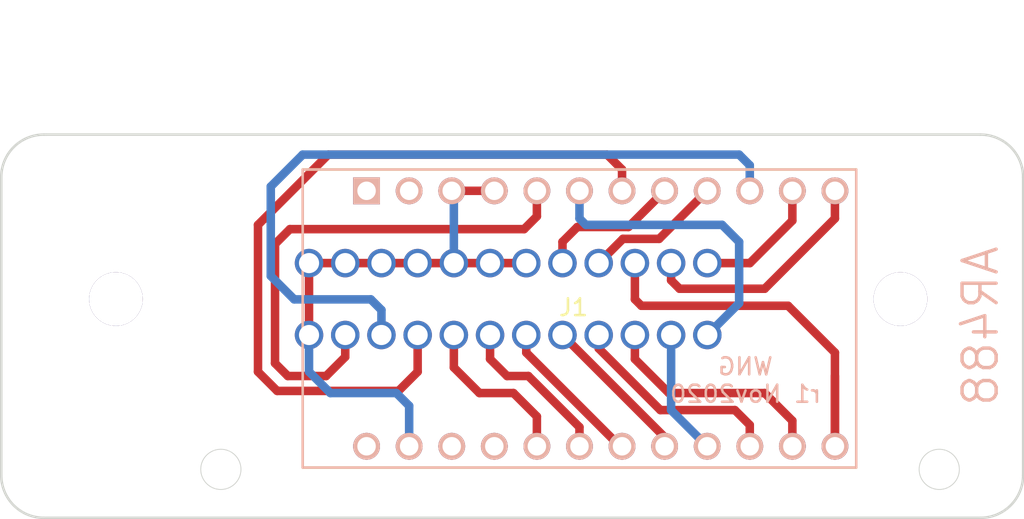
<source format=kicad_pcb>
(kicad_pcb (version 20171130) (host pcbnew 5.1.7-a382d34a8~87~ubuntu20.04.1)

  (general
    (thickness 1.6)
    (drawings 17)
    (tracks 92)
    (zones 0)
    (modules 2)
    (nets 23)
  )

  (page A4)
  (layers
    (0 F.Cu signal)
    (31 B.Cu signal)
    (32 B.Adhes user)
    (33 F.Adhes user)
    (34 B.Paste user)
    (35 F.Paste user)
    (36 B.SilkS user)
    (37 F.SilkS user)
    (38 B.Mask user)
    (39 F.Mask user)
    (40 Dwgs.User user)
    (41 Cmts.User user)
    (42 Eco1.User user)
    (43 Eco2.User user)
    (44 Edge.Cuts user)
    (45 Margin user)
    (46 B.CrtYd user)
    (47 F.CrtYd user)
    (48 B.Fab user)
    (49 F.Fab user)
  )

  (setup
    (last_trace_width 0.25)
    (user_trace_width 0.508)
    (trace_clearance 0.2)
    (zone_clearance 0.508)
    (zone_45_only no)
    (trace_min 0.2)
    (via_size 0.8)
    (via_drill 0.4)
    (via_min_size 0.4)
    (via_min_drill 0.3)
    (uvia_size 0.3)
    (uvia_drill 0.1)
    (uvias_allowed no)
    (uvia_min_size 0.2)
    (uvia_min_drill 0.1)
    (edge_width 0.05)
    (segment_width 0.2)
    (pcb_text_width 0.3)
    (pcb_text_size 1.5 1.5)
    (mod_edge_width 0.12)
    (mod_text_size 1 1)
    (mod_text_width 0.15)
    (pad_size 1.524 1.524)
    (pad_drill 0.762)
    (pad_to_mask_clearance 0)
    (aux_axis_origin 0 0)
    (grid_origin 117.6642 80.4108)
    (visible_elements FFFFFF7F)
    (pcbplotparams
      (layerselection 0x010d0_ffffffff)
      (usegerberextensions false)
      (usegerberattributes true)
      (usegerberadvancedattributes true)
      (creategerberjobfile true)
      (excludeedgelayer true)
      (linewidth 0.100000)
      (plotframeref false)
      (viasonmask false)
      (mode 1)
      (useauxorigin false)
      (hpglpennumber 1)
      (hpglpenspeed 20)
      (hpglpendiameter 15.000000)
      (psnegative false)
      (psa4output false)
      (plotreference true)
      (plotvalue true)
      (plotinvisibletext false)
      (padsonsilk false)
      (subtractmaskfromsilk false)
      (outputformat 1)
      (mirror false)
      (drillshape 0)
      (scaleselection 1)
      (outputdirectory "fabrication/"))
  )

  (net 0 "")
  (net 1 GND)
  (net 2 /REN)
  (net 3 /DIO8)
  (net 4 /DIO7)
  (net 5 /DIO6)
  (net 6 /DIO5)
  (net 7 /ATN)
  (net 8 /SRQ)
  (net 9 /IFC)
  (net 10 /NDAC)
  (net 11 /NRFD)
  (net 12 /DAV)
  (net 13 /EOI)
  (net 14 /DIO4)
  (net 15 /DIO3)
  (net 16 /DIO2)
  (net 17 /DIO1)
  (net 18 "Net-(U1-Pad24)")
  (net 19 "Net-(U1-Pad22)")
  (net 20 "Net-(U1-Pad21)")
  (net 21 "Net-(U1-Pad2)")
  (net 22 "Net-(U1-Pad1)")

  (net_class Default "This is the default net class."
    (clearance 0.2)
    (trace_width 0.25)
    (via_dia 0.8)
    (via_drill 0.4)
    (uvia_dia 0.3)
    (uvia_drill 0.1)
    (add_net /ATN)
    (add_net /DAV)
    (add_net /DIO1)
    (add_net /DIO2)
    (add_net /DIO3)
    (add_net /DIO4)
    (add_net /DIO5)
    (add_net /DIO6)
    (add_net /DIO7)
    (add_net /DIO8)
    (add_net /EOI)
    (add_net /IFC)
    (add_net /NDAC)
    (add_net /NRFD)
    (add_net /REN)
    (add_net /SRQ)
    (add_net GND)
    (add_net "Net-(U1-Pad1)")
    (add_net "Net-(U1-Pad2)")
    (add_net "Net-(U1-Pad21)")
    (add_net "Net-(U1-Pad22)")
    (add_net "Net-(U1-Pad24)")
  )

  (module wng-microprocessors:ArduinoProMicro (layer B.Cu) (tedit 5FAE6A36) (tstamp 5FABD339)
    (at 135.0632 83.7128)
    (descr "Pro Micro footprint")
    (tags "promicro ProMicro")
    (path /5FAC0BBC)
    (fp_text reference U1 (at 0 10.16) (layer B.SilkS) hide
      (effects (font (size 1 1) (thickness 0.15)) (justify mirror))
    )
    (fp_text value ArduioProMicro (at 0 -10.16) (layer B.Fab)
      (effects (font (size 1 1) (thickness 0.15)) (justify mirror))
    )
    (fp_line (start 15.24 8.89) (end 15.24 -8.89) (layer B.SilkS) (width 0.15))
    (fp_line (start -17.78 8.89) (end 15.24 8.89) (layer B.SilkS) (width 0.15))
    (fp_line (start -17.78 -8.89) (end -17.78 8.89) (layer B.SilkS) (width 0.15))
    (fp_line (start -17.78 -8.89) (end 15.24 -8.89) (layer B.SilkS) (width 0.15))
    (fp_line (start -17.78 8.89) (end 15.24 8.89) (layer F.SilkS) (width 0.15))
    (fp_line (start -17.78 -8.89) (end -17.78 8.89) (layer F.SilkS) (width 0.15))
    (fp_line (start 15.24 -8.89) (end -17.78 -8.89) (layer F.SilkS) (width 0.15))
    (fp_line (start 15.24 8.89) (end 15.24 -8.89) (layer F.SilkS) (width 0.15))
    (pad 24 thru_hole circle (at -13.97 7.62) (size 1.6 1.6) (drill 1.1) (layers *.Cu *.Mask B.SilkS)
      (net 18 "Net-(U1-Pad24)"))
    (pad 23 thru_hole circle (at -11.43 7.62) (size 1.6 1.6) (drill 1.1) (layers *.Cu *.Mask B.SilkS)
      (net 1 GND))
    (pad 22 thru_hole circle (at -8.89 7.62) (size 1.6 1.6) (drill 1.1) (layers *.Cu *.Mask B.SilkS)
      (net 19 "Net-(U1-Pad22)"))
    (pad 21 thru_hole circle (at -6.35 7.62) (size 1.6 1.6) (drill 1.1) (layers *.Cu *.Mask B.SilkS)
      (net 20 "Net-(U1-Pad21)"))
    (pad 20 thru_hole circle (at -3.81 7.62) (size 1.6 1.6) (drill 1.1) (layers *.Cu *.Mask B.SilkS)
      (net 10 /NDAC))
    (pad 19 thru_hole circle (at -1.27 7.62) (size 1.6 1.6) (drill 1.1) (layers *.Cu *.Mask B.SilkS)
      (net 11 /NRFD))
    (pad 18 thru_hole circle (at 1.27 7.62) (size 1.6 1.6) (drill 1.1) (layers *.Cu *.Mask B.SilkS)
      (net 12 /DAV))
    (pad 17 thru_hole circle (at 3.81 7.62) (size 1.6 1.6) (drill 1.1) (layers *.Cu *.Mask B.SilkS)
      (net 13 /EOI))
    (pad 16 thru_hole circle (at 6.35 7.62) (size 1.6 1.6) (drill 1.1) (layers *.Cu *.Mask B.SilkS)
      (net 16 /DIO2))
    (pad 15 thru_hole circle (at 8.89 7.62) (size 1.6 1.6) (drill 1.1) (layers *.Cu *.Mask B.SilkS)
      (net 14 /DIO4))
    (pad 14 thru_hole circle (at 11.43 7.62) (size 1.6 1.6) (drill 1.1) (layers *.Cu *.Mask B.SilkS)
      (net 15 /DIO3))
    (pad 13 thru_hole circle (at 13.97 7.62) (size 1.6 1.6) (drill 1.1) (layers *.Cu *.Mask B.SilkS)
      (net 4 /DIO7))
    (pad 12 thru_hole circle (at 13.97 -7.62) (size 1.6 1.6) (drill 1.1) (layers *.Cu *.Mask B.SilkS)
      (net 5 /DIO6))
    (pad 11 thru_hole circle (at 11.43 -7.62) (size 1.6 1.6) (drill 1.1) (layers *.Cu *.Mask B.SilkS)
      (net 6 /DIO5))
    (pad 10 thru_hole circle (at 8.89 -7.62) (size 1.6 1.6) (drill 1.1) (layers *.Cu *.Mask B.SilkS)
      (net 8 /SRQ))
    (pad 9 thru_hole circle (at 6.35 -7.62) (size 1.6 1.6) (drill 1.1) (layers *.Cu *.Mask B.SilkS)
      (net 3 /DIO8))
    (pad 8 thru_hole circle (at 3.81 -7.62) (size 1.6 1.6) (drill 1.1) (layers *.Cu *.Mask B.SilkS)
      (net 2 /REN))
    (pad 7 thru_hole circle (at 1.27 -7.62) (size 1.6 1.6) (drill 1.1) (layers *.Cu *.Mask B.SilkS)
      (net 9 /IFC))
    (pad 6 thru_hole circle (at -1.27 -7.62) (size 1.6 1.6) (drill 1.1) (layers *.Cu *.Mask B.SilkS)
      (net 17 /DIO1))
    (pad 5 thru_hole circle (at -3.81 -7.62) (size 1.6 1.6) (drill 1.1) (layers *.Cu *.Mask B.SilkS)
      (net 7 /ATN))
    (pad 4 thru_hole circle (at -6.35 -7.62) (size 1.6 1.6) (drill 1.1) (layers *.Cu *.Mask B.SilkS)
      (net 1 GND))
    (pad 3 thru_hole circle (at -8.89 -7.62) (size 1.6 1.6) (drill 1.1) (layers *.Cu *.Mask B.SilkS)
      (net 1 GND))
    (pad 2 thru_hole circle (at -11.43 -7.62) (size 1.6 1.6) (drill 1.1) (layers *.Cu *.Mask B.SilkS)
      (net 21 "Net-(U1-Pad2)"))
    (pad 1 thru_hole rect (at -13.97 -7.62) (size 1.6 1.6) (drill 1.1) (layers *.Cu *.Mask B.SilkS)
      (net 22 "Net-(U1-Pad1)"))
    (model "${KICAD_USER_LIB}/3D-models/microprocessors/arduinoProMicro/ARDUINO PRO MICRO001.wrl"
      (at (xyz 0 0 0))
      (scale (xyz 1 1 1))
      (rotate (xyz 0 0 0))
    )
  )

  (module wng-connectors:centronics_24P_male_GPIB (layer F.Cu) (tedit 5FAE785C) (tstamp 5FAB41FE)
    (at 129.54 82.55)
    (path /5FACEE98)
    (fp_text reference J1 (at 3.9 0.5) (layer F.SilkS)
      (effects (font (size 1 1) (thickness 0.15)))
    )
    (fp_text value GPIB_Connector (at 3.9 -0.5) (layer F.Fab)
      (effects (font (size 1 1) (thickness 0.15)))
    )
    (fp_line (start -27.7 -9.81) (end 27.7 -9.81) (layer F.CrtYd) (width 0.12))
    (fp_line (start 27.7 -9.81) (end 27.7 6.76) (layer F.CrtYd) (width 0.12))
    (fp_line (start 27.7 6.76) (end -27.7 6.76) (layer F.CrtYd) (width 0.12))
    (fp_line (start -27.7 6.76) (end -27.7 -9.81) (layer F.CrtYd) (width 0.12))
    (fp_line (start -20.32 -10.16) (end 20.32 -10.16) (layer Eco1.User) (width 0.12))
    (fp_line (start 20.32 -10.16) (end 20.32 -17.78) (layer Eco1.User) (width 0.12))
    (fp_line (start 20.32 -17.78) (end -20.32 -17.78) (layer Eco1.User) (width 0.12))
    (fp_line (start -20.32 -17.78) (end -20.32 -10.16) (layer Eco1.User) (width 0.12))
    (pad 24 thru_hole circle (at -11.88 -2.145) (size 1.7 1.7) (drill 1.2) (layers *.Cu *.Mask)
      (net 1 GND))
    (pad 23 thru_hole circle (at -9.72 -2.145) (size 1.7 1.7) (drill 1.2) (layers *.Cu *.Mask)
      (net 1 GND))
    (pad 22 thru_hole circle (at -7.56 -2.145) (size 1.7 1.7) (drill 1.2) (layers *.Cu *.Mask)
      (net 1 GND))
    (pad 21 thru_hole circle (at -5.4 -2.145) (size 1.7 1.7) (drill 1.2) (layers *.Cu *.Mask)
      (net 1 GND))
    (pad 20 thru_hole circle (at -3.24 -2.145) (size 1.7 1.7) (drill 1.2) (layers *.Cu *.Mask)
      (net 1 GND))
    (pad 19 thru_hole circle (at -1.08 -2.145) (size 1.7 1.7) (drill 1.2) (layers *.Cu *.Mask)
      (net 1 GND))
    (pad 18 thru_hole circle (at 1.08 -2.145) (size 1.7 1.7) (drill 1.2) (layers *.Cu *.Mask)
      (net 1 GND))
    (pad 17 thru_hole circle (at 3.24 -2.145) (size 1.7 1.7) (drill 1.2) (layers *.Cu *.Mask)
      (net 2 /REN))
    (pad 16 thru_hole circle (at 5.4 -2.145) (size 1.7 1.7) (drill 1.2) (layers *.Cu *.Mask)
      (net 3 /DIO8))
    (pad 15 thru_hole circle (at 7.56 -2.145) (size 1.7 1.7) (drill 1.2) (layers *.Cu *.Mask)
      (net 4 /DIO7))
    (pad 14 thru_hole circle (at 9.72 -2.145) (size 1.7 1.7) (drill 1.2) (layers *.Cu *.Mask)
      (net 5 /DIO6))
    (pad 13 thru_hole circle (at 11.88 -2.145) (size 1.7 1.7) (drill 1.2) (layers *.Cu *.Mask)
      (net 6 /DIO5))
    (pad 12 thru_hole circle (at -11.88 2.145) (size 1.7 1.7) (drill 1.2) (layers *.Cu *.Mask)
      (net 1 GND))
    (pad 11 thru_hole circle (at -9.72 2.145) (size 1.7 1.7) (drill 1.2) (layers *.Cu *.Mask)
      (net 7 /ATN))
    (pad 10 thru_hole circle (at -7.56 2.145) (size 1.7 1.7) (drill 1.2) (layers *.Cu *.Mask)
      (net 8 /SRQ))
    (pad 9 thru_hole circle (at -5.4 2.145) (size 1.7 1.7) (drill 1.2) (layers *.Cu *.Mask)
      (net 9 /IFC))
    (pad 8 thru_hole circle (at -3.24 2.145) (size 1.7 1.7) (drill 1.2) (layers *.Cu *.Mask)
      (net 10 /NDAC))
    (pad 7 thru_hole circle (at -1.08 2.145) (size 1.7 1.7) (drill 1.2) (layers *.Cu *.Mask)
      (net 11 /NRFD))
    (pad 6 thru_hole circle (at 1.08 2.145) (size 1.7 1.7) (drill 1.2) (layers *.Cu *.Mask)
      (net 12 /DAV))
    (pad 5 thru_hole circle (at 3.24 2.145) (size 1.7 1.7) (drill 1.2) (layers *.Cu *.Mask)
      (net 13 /EOI))
    (pad 4 thru_hole circle (at 5.4 2.145) (size 1.7 1.7) (drill 1.2) (layers *.Cu *.Mask)
      (net 14 /DIO4))
    (pad 3 thru_hole circle (at 7.56 2.145) (size 1.7 1.7) (drill 1.2) (layers *.Cu *.Mask)
      (net 15 /DIO3))
    (pad 2 thru_hole circle (at 9.72 2.145) (size 1.7 1.7) (drill 1.2) (layers *.Cu *.Mask)
      (net 16 /DIO2))
    (pad 26 thru_hole circle (at -23.4 0) (size 3.2 3.2) (drill 3.2) (layers *.Cu *.Mask))
    (pad 25 thru_hole circle (at 23.4 0) (size 3.2 3.2) (drill 3.2) (layers *.Cu *.Mask))
    (pad 1 thru_hole circle (at 11.88 2.145) (size 1.7 1.7) (drill 1.2) (layers *.Cu *.Mask)
      (net 17 /DIO1))
    (model ${KICAD_USER_LIB}/3D-models/connectors/GPIB_rightAngle/C-5553811-3.wrl
      (at (xyz 0 0 0))
      (scale (xyz 1 1 1))
      (rotate (xyz 0 0 0))
    )
  )

  (gr_text "WNG\nr1 Nov2020" (at 143.6992 87.3958) (layer B.SilkS)
    (effects (font (size 1.016 1.016) (thickness 0.1524)) (justify mirror))
  )
  (gr_text AR488 (at 157.72 84.17 90) (layer B.SilkS)
    (effects (font (size 2.032 2.032) (thickness 0.2032)) (justify mirror))
  )
  (gr_arc (start 101.84 75.28) (end 101.84 72.74) (angle -90) (layer Edge.Cuts) (width 0.15))
  (gr_arc (start 101.84 93.06) (end 99.3 93.06) (angle -90) (layer Edge.Cuts) (width 0.15))
  (gr_arc (start 157.72 93.06) (end 157.72 95.6) (angle -90) (layer Edge.Cuts) (width 0.15))
  (gr_arc (start 157.72 75.28) (end 160.26 75.28) (angle -90) (layer Edge.Cuts) (width 0.15))
  (gr_line (start 101.84 72.74) (end 157.72 72.74) (layer Edge.Cuts) (width 0.15))
  (gr_line (start 99.3 93.06) (end 99.3 75.28) (layer Edge.Cuts) (width 0.15))
  (gr_line (start 157.72 95.6) (end 101.84 95.6) (layer Edge.Cuts) (width 0.15))
  (gr_line (start 160.26 75.28) (end 160.26 93.06) (layer Edge.Cuts) (width 0.15))
  (gr_line (start 160.26 72.74) (end 158.99 72.74) (layer Eco1.User) (width 0.15) (tstamp 5FAFC200))
  (gr_line (start 160.26 95.6) (end 160.26 72.74) (layer Eco1.User) (width 0.15))
  (gr_line (start 99.3 95.6) (end 160.26 95.6) (layer Eco1.User) (width 0.15))
  (gr_line (start 99.3 72.74) (end 99.3 95.6) (layer Eco1.User) (width 0.15))
  (gr_line (start 158.99 72.74) (end 99.3 72.74) (layer Eco1.User) (width 0.15))
  (gr_circle (center 112.4 92.71) (end 113.6 92.71) (layer Edge.Cuts) (width 0.0508))
  (gr_circle (center 155.2562 92.71) (end 156.4562 92.71) (layer Edge.Cuts) (width 0.0508))

  (segment (start 117.66 84.695) (end 117.66 80.405) (width 0.508) (layer F.Cu) (net 1))
  (segment (start 117.66 80.405) (end 130.62 80.405) (width 0.508) (layer F.Cu) (net 1))
  (segment (start 126.3 76.2196) (end 126.1732 76.0928) (width 0.508) (layer F.Cu) (net 1))
  (segment (start 126.1732 76.0928) (end 128.7132 76.0928) (width 0.508) (layer F.Cu) (net 1))
  (segment (start 126.3 76.2196) (end 126.1732 76.0928) (width 0.508) (layer B.Cu) (net 1))
  (segment (start 126.3 80.405) (end 126.3 76.2196) (width 0.508) (layer B.Cu) (net 1))
  (segment (start 117.66 84.695) (end 117.66 86.8836) (width 0.508) (layer B.Cu) (net 1))
  (segment (start 117.66 86.8836) (end 118.9342 88.1578) (width 0.508) (layer B.Cu) (net 1))
  (segment (start 118.9342 88.1578) (end 122.8712 88.1578) (width 0.508) (layer B.Cu) (net 1))
  (segment (start 123.6332 88.9198) (end 123.6332 91.3328) (width 0.508) (layer B.Cu) (net 1))
  (segment (start 122.8712 88.1578) (end 123.6332 88.9198) (width 0.508) (layer B.Cu) (net 1))
  (segment (start 133.6662 78.2518) (end 136.7142 78.2518) (width 0.508) (layer F.Cu) (net 2))
  (segment (start 132.78 79.138) (end 133.6662 78.2518) (width 0.508) (layer F.Cu) (net 2))
  (segment (start 136.7142 78.2518) (end 138.8732 76.0928) (width 0.508) (layer F.Cu) (net 2))
  (segment (start 132.78 80.405) (end 132.78 79.138) (width 0.508) (layer F.Cu) (net 2))
  (segment (start 138.54619 78.95981) (end 141.4132 76.0928) (width 0.508) (layer F.Cu) (net 3))
  (segment (start 136.38519 78.95981) (end 138.54619 78.95981) (width 0.508) (layer F.Cu) (net 3))
  (segment (start 134.94 80.405) (end 136.38519 78.95981) (width 0.508) (layer F.Cu) (net 3))
  (segment (start 149.0332 87.1418) (end 149.0332 91.3328) (width 0.508) (layer F.Cu) (net 4))
  (segment (start 149.0332 85.7448) (end 149.0332 91.3328) (width 0.508) (layer F.Cu) (net 4))
  (segment (start 146.2392 82.9508) (end 149.0332 85.7448) (width 0.508) (layer F.Cu) (net 4))
  (segment (start 137.4858 82.9508) (end 146.2392 82.9508) (width 0.508) (layer F.Cu) (net 4))
  (segment (start 137.1 82.565) (end 137.4858 82.9508) (width 0.508) (layer F.Cu) (net 4))
  (segment (start 137.1 80.405) (end 137.1 82.565) (width 0.508) (layer F.Cu) (net 4))
  (segment (start 139.26 80.405) (end 139.26 81.4326) (width 0.508) (layer F.Cu) (net 5))
  (segment (start 139.26 81.4326) (end 139.7622 81.9348) (width 0.508) (layer F.Cu) (net 5))
  (segment (start 139.7622 81.9348) (end 144.8422 81.9348) (width 0.508) (layer F.Cu) (net 5))
  (segment (start 149.0332 77.7438) (end 149.0332 76.0928) (width 0.508) (layer F.Cu) (net 5))
  (segment (start 144.8422 81.9348) (end 149.0332 77.7438) (width 0.508) (layer F.Cu) (net 5))
  (segment (start 141.42 80.405) (end 143.959 80.405) (width 0.508) (layer F.Cu) (net 6))
  (segment (start 146.4932 77.8708) (end 146.4932 76.0928) (width 0.508) (layer F.Cu) (net 6))
  (segment (start 143.959 80.405) (end 146.4932 77.8708) (width 0.508) (layer F.Cu) (net 6))
  (segment (start 119.82 84.695) (end 119.82 86.002) (width 0.508) (layer F.Cu) (net 7))
  (segment (start 119.82 86.002) (end 118.6802 87.1418) (width 0.508) (layer F.Cu) (net 7))
  (segment (start 118.6802 87.1418) (end 116.3942 87.1418) (width 0.508) (layer F.Cu) (net 7))
  (segment (start 116.3942 87.1418) (end 115.6322 86.3798) (width 0.508) (layer F.Cu) (net 7))
  (segment (start 115.6322 86.3798) (end 115.6322 79.2678) (width 0.508) (layer F.Cu) (net 7))
  (segment (start 115.6322 79.2678) (end 116.5212 78.3788) (width 0.508) (layer F.Cu) (net 7))
  (segment (start 116.5212 78.3788) (end 130.4912 78.3788) (width 0.508) (layer F.Cu) (net 7))
  (segment (start 131.2532 77.6168) (end 131.2532 76.0928) (width 0.508) (layer F.Cu) (net 7))
  (segment (start 130.4912 78.3788) (end 131.2532 77.6168) (width 0.508) (layer F.Cu) (net 7))
  (segment (start 143.9532 76.0928) (end 143.9532 74.5688) (width 0.508) (layer B.Cu) (net 8))
  (segment (start 143.9532 74.5688) (end 143.3182 73.9338) (width 0.508) (layer B.Cu) (net 8))
  (segment (start 143.3182 73.9338) (end 117.2832 73.9338) (width 0.508) (layer B.Cu) (net 8))
  (segment (start 117.2832 73.9338) (end 115.3782 75.8388) (width 0.508) (layer B.Cu) (net 8))
  (segment (start 115.3782 75.8388) (end 115.3782 81.1728) (width 0.508) (layer B.Cu) (net 8))
  (segment (start 115.3782 81.1728) (end 116.7752 82.5698) (width 0.508) (layer B.Cu) (net 8))
  (segment (start 116.7752 82.5698) (end 121.3472 82.5698) (width 0.508) (layer B.Cu) (net 8))
  (segment (start 121.98 83.2026) (end 121.98 84.695) (width 0.508) (layer B.Cu) (net 8))
  (segment (start 121.3472 82.5698) (end 121.98 83.2026) (width 0.508) (layer B.Cu) (net 8))
  (segment (start 136.3332 76.0928) (end 136.3332 74.8228) (width 0.508) (layer F.Cu) (net 9))
  (segment (start 136.3332 74.8228) (end 135.4442 73.9338) (width 0.508) (layer F.Cu) (net 9))
  (segment (start 135.4442 73.9338) (end 118.8072 73.9338) (width 0.508) (layer F.Cu) (net 9))
  (segment (start 118.8072 73.9338) (end 114.6162 78.1248) (width 0.508) (layer F.Cu) (net 9))
  (segment (start 114.6162 78.1248) (end 114.6162 86.8878) (width 0.508) (layer F.Cu) (net 9))
  (segment (start 114.6162 86.8878) (end 115.7592 88.0308) (width 0.508) (layer F.Cu) (net 9))
  (segment (start 115.7592 88.0308) (end 122.9982 88.0308) (width 0.508) (layer F.Cu) (net 9))
  (segment (start 124.14 86.889) (end 124.14 84.695) (width 0.508) (layer F.Cu) (net 9))
  (segment (start 122.9982 88.0308) (end 124.14 86.889) (width 0.508) (layer F.Cu) (net 9))
  (segment (start 126.3 84.695) (end 126.3 86.6336) (width 0.508) (layer F.Cu) (net 10))
  (segment (start 126.3 86.6336) (end 127.8242 88.1578) (width 0.508) (layer F.Cu) (net 10))
  (segment (start 127.8242 88.1578) (end 129.8562 88.1578) (width 0.508) (layer F.Cu) (net 10))
  (segment (start 131.2532 89.5548) (end 131.2532 91.3328) (width 0.508) (layer F.Cu) (net 10))
  (segment (start 129.8562 88.1578) (end 131.2532 89.5548) (width 0.508) (layer F.Cu) (net 10))
  (segment (start 128.46 84.695) (end 128.46 86.1266) (width 0.508) (layer F.Cu) (net 11))
  (segment (start 128.46 86.1266) (end 129.4752 87.1418) (width 0.508) (layer F.Cu) (net 11))
  (segment (start 129.4752 87.1418) (end 130.7452 87.1418) (width 0.508) (layer F.Cu) (net 11))
  (segment (start 133.7932 90.1898) (end 133.7932 91.3328) (width 0.508) (layer F.Cu) (net 11))
  (segment (start 130.7452 87.1418) (end 133.7932 90.1898) (width 0.508) (layer F.Cu) (net 11))
  (segment (start 136.2062 91.3328) (end 136.3332 91.3328) (width 0.508) (layer F.Cu) (net 12))
  (segment (start 130.62 85.7466) (end 136.2062 91.3328) (width 0.508) (layer F.Cu) (net 12))
  (segment (start 130.62 84.695) (end 130.62 85.7466) (width 0.508) (layer F.Cu) (net 12))
  (segment (start 138.8732 90.7882) (end 138.8732 91.3328) (width 0.508) (layer F.Cu) (net 13))
  (segment (start 132.78 84.695) (end 138.8732 90.7882) (width 0.508) (layer F.Cu) (net 13))
  (segment (start 138.6192 89.1738) (end 143.0642 89.1738) (width 0.508) (layer F.Cu) (net 14))
  (segment (start 143.0642 89.1738) (end 143.9532 90.0628) (width 0.508) (layer F.Cu) (net 14))
  (segment (start 134.94 85.4946) (end 138.6192 89.1738) (width 0.508) (layer F.Cu) (net 14))
  (segment (start 143.9532 90.0628) (end 143.9532 91.3328) (width 0.508) (layer F.Cu) (net 14))
  (segment (start 134.94 84.695) (end 134.94 85.4946) (width 0.508) (layer F.Cu) (net 14))
  (segment (start 146.4932 89.8088) (end 146.4932 91.3328) (width 0.508) (layer F.Cu) (net 15))
  (segment (start 144.8422 88.1578) (end 146.4932 89.8088) (width 0.508) (layer F.Cu) (net 15))
  (segment (start 139.1272 88.1578) (end 144.8422 88.1578) (width 0.508) (layer F.Cu) (net 15))
  (segment (start 137.1 86.1306) (end 139.1272 88.1578) (width 0.508) (layer F.Cu) (net 15))
  (segment (start 137.1 84.695) (end 137.1 86.1306) (width 0.508) (layer F.Cu) (net 15))
  (segment (start 139.26 89.1796) (end 141.4132 91.3328) (width 0.508) (layer B.Cu) (net 16))
  (segment (start 139.26 84.695) (end 139.26 89.1796) (width 0.508) (layer B.Cu) (net 16))
  (segment (start 133.7932 76.0928) (end 133.7932 77.7438) (width 0.508) (layer B.Cu) (net 17))
  (segment (start 133.7932 77.7438) (end 134.1742 78.1248) (width 0.508) (layer B.Cu) (net 17))
  (segment (start 134.1742 78.1248) (end 142.3022 78.1248) (width 0.508) (layer B.Cu) (net 17))
  (segment (start 142.3022 78.1248) (end 143.3182 79.1408) (width 0.508) (layer B.Cu) (net 17))
  (segment (start 143.3182 82.7968) (end 141.42 84.695) (width 0.508) (layer B.Cu) (net 17))
  (segment (start 143.3182 79.1408) (end 143.3182 82.7968) (width 0.508) (layer B.Cu) (net 17))

)

</source>
